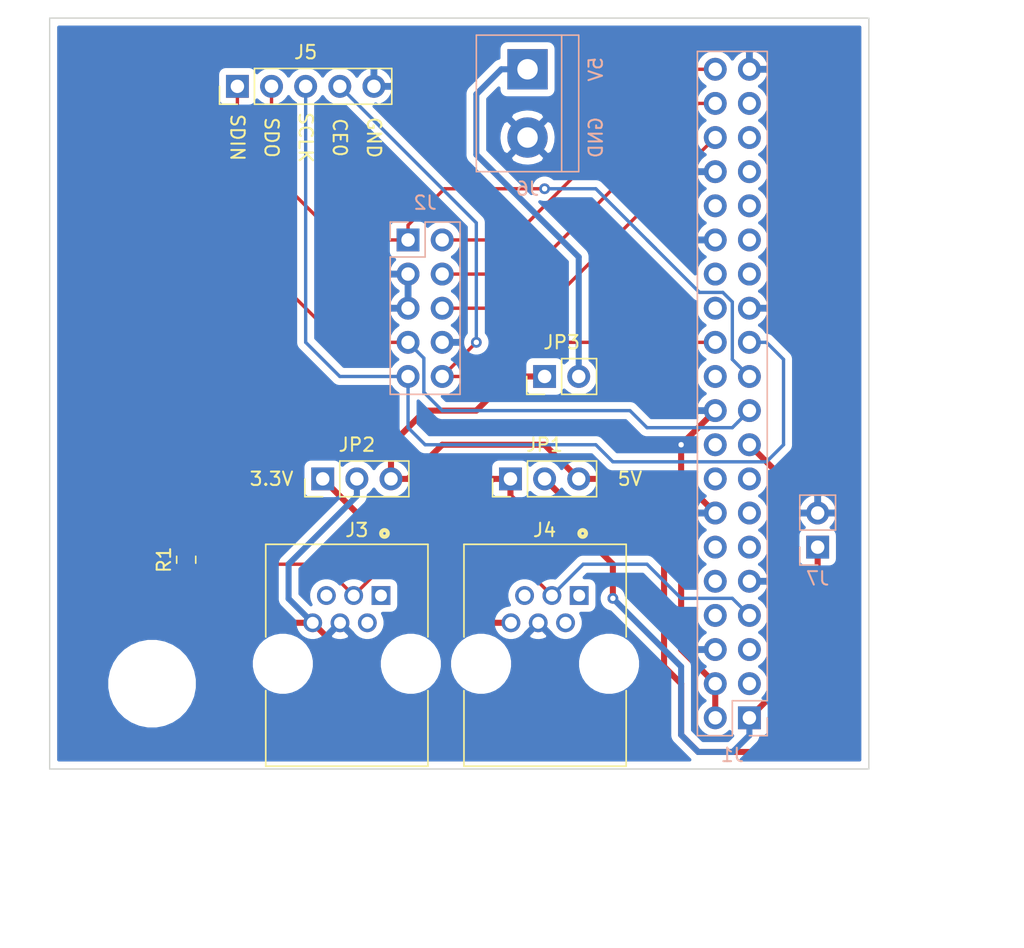
<source format=kicad_pcb>
(kicad_pcb (version 20221018) (generator pcbnew)
  (title_block (title "Raspiberry Pi DAC Hat1") (date "2020-03-11") (rev "1") (company "Magdalena Ridge Observatory Interferomenter") (comment 1 "J. F. Dooley"))
  (layers (0 "F.Cu" signal) (31 "B.Cu" signal) (34 "B.Paste" user) (35 "F.Paste" user) (36 "B.SilkS" user "B.Silkscreen") (37 "F.SilkS" user "F.Silkscreen") (38 "B.Mask" user) (39 "F.Mask" user) (44 "Edge.Cuts" user))
  (net 0 "")
  (net 1 "SDO")
  (net 2 "2COMP")
  (net 3 "GNDREF")
  (net 4 "CLR")
  (net 5 "LDAC")
  (net 6 "SDIN")
  (net 7 "SCLK")
  (net 8 "CE0")
  (net 9 "Net-(J3-Pad1)")
  (net 10 "+3V3")
  (net 11 "+5V")
  (net 12 "Net-(J4-Pad5)")
  (net 13 "1WIRE")
  (net 14 "Net-(J1-Pad3)")
  (net 15 "Net-(J1-Pad5)")
  (net 16 "Net-(J1-Pad8)")
  (net 17 "Net-(J1-Pad10)")
  (net 18 "Net-(J1-Pad11)")
  (net 19 "Net-(J1-Pad12)")
  (net 20 "Net-(J1-Pad13)")
  (net 21 "Net-(J1-Pad15)")
  (net 22 "Net-(J1-Pad16)")
  (net 23 "Net-(J1-Pad18)")
  (net 24 "Net-(J1-Pad22)")
  (net 25 "Net-(J1-Pad26)")
  (net 26 "Net-(J1-Pad27)")
  (net 27 "Net-(J1-Pad28)")
  (net 28 "Net-(J1-Pad29)")
  (net 29 "Net-(J1-Pad31)")
  (net 30 "Net-(J1-Pad32)")
  (net 31 "Net-(J1-Pad33)")
  (net 32 "Net-(J1-Pad35)")
  (net 33 "Net-(J1-Pad37)")
  (net 34 "Net-(J3-Pad5)")
  (net 35 "Net-(J3-Pad2)")
  (net 36 "Net-(J3-Pad6)")
  (net 37 "Net-(J4-Pad2)")
  (net 38 "Net-(J4-Pad1)")
  (net 39 "Net-(J7-Pad1)")
  (net 40 "Net-(J6-Pad1)")
  (footprint "Resistor_SMD:R_0805_2012Metric" (layer "F.Cu") (at 114.3 96.1875 90)
    (fp_text reference "R1" (at 0 -1.65 90) (layer "F.SilkS"))
    (fp_text value "4.7k")
    (fp_line (start -0.258578 -0.71) (end 0.258578 -0.71) (stroke (width 0.12)) (layer "F.SilkS"))
    (fp_line (start -0.258578 0.71) (end 0.258578 0.71) (stroke (width 0.12)) (layer "F.SilkS"))
    (pad "1" smd roundrect (at -0.9375 0 90) (size 0.975 1.4) (layers "F.Cu" "F.Paste" "F.Mask") (net 36 "Net-(J3-Pad6)"))
    (pad "2" smd roundrect (at 0.9375 0 90) (size 0.975 1.4) (layers "F.Cu" "F.Paste" "F.Mask") (net 13 "1WIRE"))
  )
  (footprint "MountingHole:MountingHole_5.5mm" (layer "F.Cu") (at 111.76 105.41 180)
    (fp_text reference "REF**" hide)
    (fp_text value "MountingHole_5.5mm")
    (pad "" np_thru_hole circle (at 0 0 180) (size 5.5 5.5) (drill 5.5) (layers "*.Cu" "*.Mask"))
  )
  (footprint "Connector_PinHeader_2.54mm:PinHeader_1x03_P2.54mm_Vertical" (layer "F.Cu") (at 138.43 90.17 90)
    (fp_text reference "JP1" (at 2.54 2.54 180) (layer "F.SilkS"))
    (fp_text value "Power_Fan")
    (fp_line (start -1.33 -1.33) (end 0 -1.33) (stroke (width 0.12)) (layer "F.SilkS"))
    (fp_line (start -1.33 0) (end -1.33 -1.33) (stroke (width 0.12)) (layer "F.SilkS"))
    (fp_line (start -1.33 1.27) (end -1.33 6.41) (stroke (width 0.12)) (layer "F.SilkS"))
    (fp_line (start -1.33 1.27) (end 1.33 1.27) (stroke (width 0.12)) (layer "F.SilkS"))
    (fp_line (start -1.33 6.41) (end 1.33 6.41) (stroke (width 0.12)) (layer "F.SilkS"))
    (fp_line (start 1.33 1.27) (end 1.33 6.41) (stroke (width 0.12)) (layer "F.SilkS"))
    (pad "1" thru_hole rect (at 0 0 90) (size 1.7 1.7) (drill 1) (layers "*.Cu" "*.Mask") (net 10 "+3V3"))
    (pad "2" thru_hole oval (at 0 2.54 90) (size 1.7 1.7) (drill 1) (layers "*.Cu" "*.Mask") (net 39 "Net-(J7-Pad1)"))
    (pad "3" thru_hole oval (at 0 5.08 90) (size 1.7 1.7) (drill 1) (layers "*.Cu" "*.Mask") (net 11 "+5V"))
  )
  (footprint "Connector_PinHeader_2.54mm:PinHeader_1x03_P2.54mm_Vertical" (layer "F.Cu") (at 124.46 90.17 90)
    (fp_text reference "JP2" (at 2.54 2.54 180) (layer "F.SilkS"))
    (fp_text value "Power_1Wire")
    (fp_line (start -1.33 -1.33) (end 0 -1.33) (stroke (width 0.12)) (layer "F.SilkS"))
    (fp_line (start -1.33 0) (end -1.33 -1.33) (stroke (width 0.12)) (layer "F.SilkS"))
    (fp_line (start -1.33 1.27) (end -1.33 6.41) (stroke (width 0.12)) (layer "F.SilkS"))
    (fp_line (start -1.33 1.27) (end 1.33 1.27) (stroke (width 0.12)) (layer "F.SilkS"))
    (fp_line (start -1.33 6.41) (end 1.33 6.41) (stroke (width 0.12)) (layer "F.SilkS"))
    (fp_line (start 1.33 1.27) (end 1.33 6.41) (stroke (width 0.12)) (layer "F.SilkS"))
    (pad "1" thru_hole rect (at 0 0 90) (size 1.7 1.7) (drill 1) (layers "*.Cu" "*.Mask") (net 10 "+3V3"))
    (pad "2" thru_hole oval (at 0 2.54 90) (size 1.7 1.7) (drill 1) (layers "*.Cu" "*.Mask") (net 36 "Net-(J3-Pad6)"))
    (pad "3" thru_hole oval (at 0 5.08 90) (size 1.7 1.7) (drill 1) (layers "*.Cu" "*.Mask") (net 11 "+5V"))
  )
  (footprint "RJE0166001:AMPHENOL_RJE0166001" (layer "F.Cu") (at 126.255001 103.930001)
    (fp_text reference "J3" (at 0.744999 -9.950001) (layer "F.SilkS") (effects (font (size 1.000992 1.000992))))
    (fp_text value "RJE0166001")
    (fp_line (start -6.035 -8.89) (end 6.035 -8.89) (stroke (width 0.127)) (layer "F.SilkS"))
    (fp_line (start -6.035 -2) (end -6.035 -8.89) (stroke (width 0.127)) (layer "F.SilkS"))
    (fp_line (start -6.035 7.62) (end -6.035 2) (stroke (width 0.127)) (layer "F.SilkS"))
    (fp_line (start 6.035 -8.89) (end 6.035 -2) (stroke (width 0.127)) (layer "F.SilkS"))
    (fp_line (start 6.035 2) (end 6.035 7.62) (stroke (width 0.127)) (layer "F.SilkS"))
    (fp_line (start 6.035 7.62) (end -6.035 7.62) (stroke (width 0.127)) (layer "F.SilkS"))
    (fp_circle (center 2.8 -9.7) (end 2.9 -9.7) (stroke (width 0.3)) (fill none) (layer "F.SilkS"))
    (pad "" np_thru_hole circle (at -4.7625 0) (size 3.45 3.45) (drill 3.45) (layers "*.Cu" "*.Mask"))
    (pad "" np_thru_hole circle (at 4.7625 0) (size 3.45 3.45) (drill 3.45) (layers "*.Cu" "*.Mask"))
    (pad "1" thru_hole rect (at 2.54 -5.08) (size 1.398 1.398) (drill 0.89) (layers "*.Cu" "*.Mask") (net 9 "Net-(J3-Pad1)"))
    (pad "2" thru_hole circle (at 1.524 -3.05) (size 1.398 1.398) (drill 0.89) (layers "*.Cu" "*.Mask") (net 35 "Net-(J3-Pad2)"))
    (pad "3" thru_hole circle (at 0.508 -5.08) (size 1.398 1.398) (drill 0.89) (layers "*.Cu" "*.Mask") (net 13 "1WIRE"))
    (pad "4" thru_hole circle (at -0.508 -3.048) (size 1.398 1.398) (drill 0.89) (layers "*.Cu" "*.Mask") (net 3 "GNDREF"))
    (pad "5" thru_hole circle (at -1.524 -5.08) (size 1.398 1.398) (drill 0.89) (layers "*.Cu" "*.Mask") (net 34 "Net-(J3-Pad5)"))
    (pad "6" thru_hole circle (at -2.54 -3.05) (size 1.398 1.398) (drill 0.89) (layers "*.Cu" "*.Mask") (net 36 "Net-(J3-Pad6)"))
  )
  (footprint "RJE0166001:AMPHENOL_RJE0166001" (layer "F.Cu") (at 141.005001 103.930001)
    (fp_text reference "J4" (at -0.035001 -9.950001) (layer "F.SilkS") (effects (font (size 1.000992 1.000992))))
    (fp_text value "RJE0166001")
    (fp_line (start -6.035 -8.89) (end 6.035 -8.89) (stroke (width 0.127)) (layer "F.SilkS"))
    (fp_line (start -6.035 -2) (end -6.035 -8.89) (stroke (width 0.127)) (layer "F.SilkS"))
    (fp_line (start -6.035 7.62) (end -6.035 2) (stroke (width 0.127)) (layer "F.SilkS"))
    (fp_line (start 6.035 -8.89) (end 6.035 -2) (stroke (width 0.127)) (layer "F.SilkS"))
    (fp_line (start 6.035 2) (end 6.035 7.62) (stroke (width 0.127)) (layer "F.SilkS"))
    (fp_line (start 6.035 7.62) (end -6.035 7.62) (stroke (width 0.127)) (layer "F.SilkS"))
    (fp_circle (center 2.8 -9.7) (end 2.9 -9.7) (stroke (width 0.3)) (fill none) (layer "F.SilkS"))
    (pad "" np_thru_hole circle (at -4.7625 0) (size 3.45 3.45) (drill 3.45) (layers "*.Cu" "*.Mask"))
    (pad "" np_thru_hole circle (at 4.7625 0) (size 3.45 3.45) (drill 3.45) (layers "*.Cu" "*.Mask"))
    (pad "1" thru_hole rect (at 2.54 -5.08) (size 1.398 1.398) (drill 0.89) (layers "*.Cu" "*.Mask") (net 38 "Net-(J4-Pad1)"))
    (pad "2" thru_hole circle (at 1.524 -3.05) (size 1.398 1.398) (drill 0.89) (layers "*.Cu" "*.Mask") (net 37 "Net-(J4-Pad2)"))
    (pad "3" thru_hole circle (at 0.508 -5.08) (size 1.398 1.398) (drill 0.89) (layers "*.Cu" "*.Mask") (net 13 "1WIRE"))
    (pad "4" thru_hole circle (at -0.508 -3.048) (size 1.398 1.398) (drill 0.89) (layers "*.Cu" "*.Mask") (net 3 "GNDREF"))
    (pad "5" thru_hole circle (at -1.524 -5.08) (size 1.398 1.398) (drill 0.89) (layers "*.Cu" "*.Mask") (net 12 "Net-(J4-Pad5)"))
    (pad "6" thru_hole circle (at -2.54 -3.05) (size 1.398 1.398) (drill 0.89) (layers "*.Cu" "*.Mask") (net 36 "Net-(J3-Pad6)"))
  )
  (footprint "Connector_PinHeader_2.54mm:PinHeader_1x02_P2.54mm_Vertical" (layer "F.Cu") (at 140.97 82.55 90)
    (fp_text reference "JP3" (at 2.54 1.27 180) (layer "F.SilkS"))
    (fp_text value "Jumper_NC_Small")
    (fp_line (start -1.33 -1.33) (end 0 -1.33) (stroke (width 0.12)) (layer "F.SilkS"))
    (fp_line (start -1.33 0) (end -1.33 -1.33) (stroke (width 0.12)) (layer "F.SilkS"))
    (fp_line (start -1.33 1.27) (end -1.33 3.87) (stroke (width 0.12)) (layer "F.SilkS"))
    (fp_line (start -1.33 1.27) (end 1.33 1.27) (stroke (width 0.12)) (layer "F.SilkS"))
    (fp_line (start -1.33 3.87) (end 1.33 3.87) (stroke (width 0.12)) (layer "F.SilkS"))
    (fp_line (start 1.33 1.27) (end 1.33 3.87) (stroke (width 0.12)) (layer "F.SilkS"))
    (pad "1" thru_hole rect (at 0 0 90) (size 1.7 1.7) (drill 1) (layers "*.Cu" "*.Mask") (net 11 "+5V"))
    (pad "2" thru_hole oval (at 0 2.54 90) (size 1.7 1.7) (drill 1) (layers "*.Cu" "*.Mask") (net 40 "Net-(J6-Pad1)"))
  )
  (footprint "Connector_PinHeader_2.54mm:PinHeader_1x05_P2.54mm_Vertical" (layer "F.Cu") (at 118.11 60.96 90)
    (fp_text reference "J5" (at 2.54 5.08 180) (layer "F.SilkS"))
    (fp_text value "Debug")
    (fp_line (start -1.33 -1.33) (end 0 -1.33) (stroke (width 0.12)) (layer "F.SilkS"))
    (fp_line (start -1.33 0) (end -1.33 -1.33) (stroke (width 0.12)) (layer "F.SilkS"))
    (fp_line (start -1.33 1.27) (end -1.33 11.49) (stroke (width 0.12)) (layer "F.SilkS"))
    (fp_line (start -1.33 1.27) (end 1.33 1.27) (stroke (width 0.12)) (layer "F.SilkS"))
    (fp_line (start -1.33 11.49) (end 1.33 11.49) (stroke (width 0.12)) (layer "F.SilkS"))
    (fp_line (start 1.33 1.27) (end 1.33 11.49) (stroke (width 0.12)) (layer "F.SilkS"))
    (pad "1" thru_hole rect (at 0 0 90) (size 1.7 1.7) (drill 1) (layers "*.Cu" "*.Mask") (net 6 "SDIN"))
    (pad "2" thru_hole oval (at 0 2.54 90) (size 1.7 1.7) (drill 1) (layers "*.Cu" "*.Mask") (net 1 "SDO"))
    (pad "3" thru_hole oval (at 0 5.08 90) (size 1.7 1.7) (drill 1) (layers "*.Cu" "*.Mask") (net 7 "SCLK"))
    (pad "4" thru_hole oval (at 0 7.62 90) (size 1.7 1.7) (drill 1) (layers "*.Cu" "*.Mask") (net 8 "CE0"))
    (pad "5" thru_hole oval (at 0 10.16 90) (size 1.7 1.7) (drill 1) (layers "*.Cu" "*.Mask") (net 3 "GNDREF"))
  )
  (footprint "TerminalBlock:TerminalBlock_bornier-2_P5.08mm" (layer "B.Cu") (at 139.7 59.69 -90)
    (fp_text reference "J6" (at 8.89 0) (layer "B.SilkS") (effects (justify mirror)))
    (fp_text value "Power_Out")
    (fp_line (start -2.54 -3.81) (end 7.62 -3.81) (stroke (width 0.12)) (layer "B.SilkS"))
    (fp_line (start -2.54 3.81) (end -2.54 -3.81) (stroke (width 0.12)) (layer "B.SilkS"))
    (fp_line (start 7.62 -3.81) (end 7.62 3.81) (stroke (width 0.12)) (layer "B.SilkS"))
    (fp_line (start 7.62 -2.54) (end -2.54 -2.54) (stroke (width 0.12)) (layer "B.SilkS"))
    (fp_line (start 7.62 3.81) (end -2.54 3.81) (stroke (width 0.12)) (layer "B.SilkS"))
    (pad "1" thru_hole rect (at 0 0 270) (size 3 3) (drill 1.52) (layers "*.Cu" "*.Mask") (net 40 "Net-(J6-Pad1)"))
    (pad "2" thru_hole circle (at 5.08 0 270) (size 3 3) (drill 1.52) (layers "*.Cu" "*.Mask") (net 3 "GNDREF"))
  )
  (footprint "Connector_PinHeader_2.54mm:PinHeader_1x02_P2.54mm_Vertical" (layer "B.Cu") (at 161.29 95.25)
    (fp_text reference "J7" (at 0 2.33) (layer "B.SilkS") (effects (justify mirror)))
    (fp_text value "Fan")
    (fp_line (start -1.33 -3.87) (end 1.33 -3.87) (stroke (width 0.12)) (layer "B.SilkS"))
    (fp_line (start -1.33 -1.27) (end -1.33 -3.87) (stroke (width 0.12)) (layer "B.SilkS"))
    (fp_line (start -1.33 -1.27) (end 1.33 -1.27) (stroke (width 0.12)) (layer "B.SilkS"))
    (fp_line (start -1.33 0) (end -1.33 1.33) (stroke (width 0.12)) (layer "B.SilkS"))
    (fp_line (start -1.33 1.33) (end 0 1.33) (stroke (width 0.12)) (layer "B.SilkS"))
    (fp_line (start 1.33 -1.27) (end 1.33 -3.87) (stroke (width 0.12)) (layer "B.SilkS"))
    (pad "1" thru_hole rect (at 0 0) (size 1.7 1.7) (drill 1) (layers "*.Cu" "*.Mask") (net 39 "Net-(J7-Pad1)"))
    (pad "2" thru_hole oval (at 0 -2.54) (size 1.7 1.7) (drill 1) (layers "*.Cu" "*.Mask") (net 3 "GNDREF"))
  )
  (footprint "Connector_PinSocket_2.54mm:PinSocket_2x20_P2.54mm_Vertical" (layer "B.Cu") (at 156.21 107.95)
    (fp_text reference "J1" (at -1.27 2.77) (layer "B.SilkS") (effects (justify mirror)))
    (fp_text value "RaspberryPi")
    (fp_line (start -3.87 -49.59) (end 1.33 -49.59) (stroke (width 0.12)) (layer "B.SilkS"))
    (fp_line (start -3.87 1.33) (end -3.87 -49.59) (stroke (width 0.12)) (layer "B.SilkS"))
    (fp_line (start -3.87 1.33) (end -1.27 1.33) (stroke (width 0.12)) (layer "B.SilkS"))
    (fp_line (start -1.27 -1.27) (end 1.33 -1.27) (stroke (width 0.12)) (layer "B.SilkS"))
    (fp_line (start -1.27 1.33) (end -1.27 -1.27) (stroke (width 0.12)) (layer "B.SilkS"))
    (fp_line (start 0 1.33) (end 1.33 1.33) (stroke (width 0.12)) (layer "B.SilkS"))
    (fp_line (start 1.33 -1.27) (end 1.33 -49.59) (stroke (width 0.12)) (layer "B.SilkS"))
    (fp_line (start 1.33 1.33) (end 1.33 0) (stroke (width 0.12)) (layer "B.SilkS"))
    (pad "1" thru_hole rect (at 0 0) (size 1.7 1.7) (drill 1) (layers "*.Cu" "*.Mask") (net 10 "+3V3"))
    (pad "2" thru_hole oval (at -2.54 0) (size 1.7 1.7) (drill 1) (layers "*.Cu" "*.Mask") (net 11 "+5V"))
    (pad "3" thru_hole oval (at 0 -2.54) (size 1.7 1.7) (drill 1) (layers "*.Cu" "*.Mask") (net 14 "Net-(J1-Pad3)"))
    (pad "4" thru_hole oval (at -2.54 -2.54) (size 1.7 1.7) (drill 1) (layers "*.Cu" "*.Mask") (net 11 "+5V"))
    (pad "5" thru_hole oval (at 0 -5.08) (size 1.7 1.7) (drill 1) (layers "*.Cu" "*.Mask") (net 15 "Net-(J1-Pad5)"))
    (pad "6" thru_hole oval (at -2.54 -5.08) (size 1.7 1.7) (drill 1) (layers "*.Cu" "*.Mask") (net 3 "GNDREF"))
    (pad "7" thru_hole oval (at 0 -7.62) (size 1.7 1.7) (drill 1) (layers "*.Cu" "*.Mask") (net 13 "1WIRE"))
    (pad "8" thru_hole oval (at -2.54 -7.62) (size 1.7 1.7) (drill 1) (layers "*.Cu" "*.Mask") (net 16 "Net-(J1-Pad8)"))
    (pad "9" thru_hole oval (at 0 -10.16) (size 1.7 1.7) (drill 1) (layers "*.Cu" "*.Mask") (net 3 "GNDREF"))
    (pad "10" thru_hole oval (at -2.54 -10.16) (size 1.7 1.7) (drill 1) (layers "*.Cu" "*.Mask") (net 17 "Net-(J1-Pad10)"))
    (pad "11" thru_hole oval (at 0 -12.7) (size 1.7 1.7) (drill 1) (layers "*.Cu" "*.Mask") (net 18 "Net-(J1-Pad11)"))
    (pad "12" thru_hole oval (at -2.54 -12.7) (size 1.7 1.7) (drill 1) (layers "*.Cu" "*.Mask") (net 19 "Net-(J1-Pad12)"))
    (pad "13" thru_hole oval (at 0 -15.24) (size 1.7 1.7) (drill 1) (layers "*.Cu" "*.Mask") (net 20 "Net-(J1-Pad13)"))
    (pad "14" thru_hole oval (at -2.54 -15.24) (size 1.7 1.7) (drill 1) (layers "*.Cu" "*.Mask") (net 3 "GNDREF"))
    (pad "15" thru_hole oval (at 0 -17.78) (size 1.7 1.7) (drill 1) (layers "*.Cu" "*.Mask") (net 21 "Net-(J1-Pad15)"))
    (pad "16" thru_hole oval (at -2.54 -17.78) (size 1.7 1.7) (drill 1) (layers "*.Cu" "*.Mask") (net 22 "Net-(J1-Pad16)"))
    (pad "17" thru_hole oval (at 0 -20.32) (size 1.7 1.7) (drill 1) (layers "*.Cu" "*.Mask") (net 10 "+3V3"))
    (pad "18" thru_hole oval (at -2.54 -20.32) (size 1.7 1.7) (drill 1) (layers "*.Cu" "*.Mask") (net 23 "Net-(J1-Pad18)"))
    (pad "19" thru_hole oval (at 0 -22.86) (size 1.7 1.7) (drill 1) (layers "*.Cu" "*.Mask") (net 6 "SDIN"))
    (pad "20" thru_hole oval (at -2.54 -22.86) (size 1.7 1.7) (drill 1) (layers "*.Cu" "*.Mask") (net 3 "GNDREF"))
    (pad "21" thru_hole oval (at 0 -25.4) (size 1.7 1.7) (drill 1) (layers "*.Cu" "*.Mask") (net 1 "SDO"))
    (pad "22" thru_hole oval (at -2.54 -25.4) (size 1.7 1.7) (drill 1) (layers "*.Cu" "*.Mask") (net 24 "Net-(J1-Pad22)"))
    (pad "23" thru_hole oval (at 0 -27.94) (size 1.7 1.7) (drill 1) (layers "*.Cu" "*.Mask") (net 7 "SCLK"))
    (pad "24" thru_hole oval (at -2.54 -27.94) (size 1.7 1.7) (drill 1) (layers "*.Cu" "*.Mask") (net 8 "CE0"))
    (pad "25" thru_hole oval (at 0 -30.48) (size 1.7 1.7) (drill 1) (layers "*.Cu" "*.Mask") (net 3 "GNDREF"))
    (pad "26" thru_hole oval (at -2.54 -30.48) (size 1.7 1.7) (drill 1) (layers "*.Cu" "*.Mask") (net 25 "Net-(J1-Pad26)"))
    (pad "27" thru_hole oval (at 0 -33.02) (size 1.7 1.7) (drill 1) (layers "*.Cu" "*.Mask") (net 26 "Net-(J1-Pad27)"))
    (pad "28" thru_hole oval (at -2.54 -33.02) (size 1.7 1.7) (drill 1) (layers "*.Cu" "*.Mask") (net 27 "Net-(J1-Pad28)"))
    (pad "29" thru_hole oval (at 0 -35.56) (size 1.7 1.7) (drill 1) (layers "*.Cu" "*.Mask") (net 28 "Net-(J1-Pad29)"))
    (pad "30" thru_hole oval (at -2.54 -35.56) (size 1.7 1.7) (drill 1) (layers "*.Cu" "*.Mask") (net 3 "GNDREF"))
    (pad "31" thru_hole oval (at 0 -38.1) (size 1.7 1.7) (drill 1) (layers "*.Cu" "*.Mask") (net 29 "Net-(J1-Pad31)"))
    (pad "32" thru_hole oval (at -2.54 -38.1) (size 1.7 1.7) (drill 1) (layers "*.Cu" "*.Mask") (net 30 "Net-(J1-Pad32)"))
    (pad "33" thru_hole oval (at 0 -40.64) (size 1.7 1.7) (drill 1) (layers "*.Cu" "*.Mask") (net 31 "Net-(J1-Pad33)"))
    (pad "34" thru_hole oval (at -2.54 -40.64) (size 1.7 1.7) (drill 1) (layers "*.Cu" "*.Mask") (net 3 "GNDREF"))
    (pad "35" thru_hole oval (at 0 -43.18) (size 1.7 1.7) (drill 1) (layers "*.Cu" "*.Mask") (net 32 "Net-(J1-Pad35)"))
    (pad "36" thru_hole oval (at -2.54 -43.18) (size 1.7 1.7) (drill 1) (layers "*.Cu" "*.Mask") (net 5 "LDAC"))
    (pad "37" thru_hole oval (at 0 -45.72) (size 1.7 1.7) (drill 1) (layers "*.Cu" "*.Mask") (net 33 "Net-(J1-Pad37)"))
    (pad "38" thru_hole oval (at -2.54 -45.72) (size 1.7 1.7) (drill 1) (layers "*.Cu" "*.Mask") (net 4 "CLR"))
    (pad "39" thru_hole oval (at 0 -48.26) (size 1.7 1.7) (drill 1) (layers "*.Cu" "*.Mask") (net 3 "GNDREF"))
    (pad "40" thru_hole oval (at -2.54 -48.26) (size 1.7 1.7) (drill 1) (layers "*.Cu" "*.Mask") (net 2 "2COMP"))
  )
  (footprint "Connector_PinSocket_2.54mm:PinSocket_2x05_P2.54mm_Vertical" (layer "B.Cu") (at 130.81 72.39 180)
    (fp_text reference "J2" (at -1.27 2.77) (layer "B.SilkS") (effects (justify mirror)))
    (fp_text value "AD5754")
    (fp_line (start -3.87 -11.49) (end 1.33 -11.49) (stroke (width 0.12)) (layer "B.SilkS"))
    (fp_line (start -3.87 1.33) (end -3.87 -11.49) (stroke (width 0.12)) (layer "B.SilkS"))
    (fp_line (start -3.87 1.33) (end -1.27 1.33) (stroke (width 0.12)) (layer "B.SilkS"))
    (fp_line (start -1.27 -1.27) (end 1.33 -1.27) (stroke (width 0.12)) (layer "B.SilkS"))
    (fp_line (start -1.27 1.33) (end -1.27 -1.27) (stroke (width 0.12)) (layer "B.SilkS"))
    (fp_line (start 0 1.33) (end 1.33 1.33) (stroke (width 0.12)) (layer "B.SilkS"))
    (fp_line (start 1.33 -1.27) (end 1.33 -11.49) (stroke (width 0.12)) (layer "B.SilkS"))
    (fp_line (start 1.33 1.33) (end 1.33 0) (stroke (width 0.12)) (layer "B.SilkS"))
    (pad "1" thru_hole rect (at 0 0 180) (size 1.7 1.7) (drill 1) (layers "*.Cu" "*.Mask") (net 1 "SDO"))
    (pad "2" thru_hole oval (at -2.54 0 180) (size 1.7 1.7) (drill 1) (layers "*.Cu" "*.Mask") (net 2 "2COMP"))
    (pad "3" thru_hole oval (at 0 -2.54 180) (size 1.7 1.7) (drill 1) (layers "*.Cu" "*.Mask") (net 3 "GNDREF"))
    (pad "4" thru_hole oval (at -2.54 -2.54 180) (size 1.7 1.7) (drill 1) (layers "*.Cu" "*.Mask") (net 4 "CLR"))
    (pad "5" thru_hole oval (at 0 -5.08 180) (size 1.7 1.7) (drill 1) (layers "*.Cu" "*.Mask") (net 3 "GNDREF"))
    (pad "6" thru_hole oval (at -2.54 -5.08 180) (size 1.7 1.7) (drill 1) (layers "*.Cu" "*.Mask") (net 5 "LDAC"))
    (pad "7" thru_hole oval (at 0 -7.62 180) (size 1.7 1.7) (drill 1) (layers "*.Cu" "*.Mask") (net 6 "SDIN"))
    (pad "8" thru_hole oval (at -2.54 -7.62 180) (size 1.7 1.7) (drill 1) (layers "*.Cu" "*.Mask") (net 3 "GNDREF"))
    (pad "9" thru_hole oval (at 0 -10.16 180) (size 1.7 1.7) (drill 1) (layers "*.Cu" "*.Mask") (net 7 "SCLK"))
    (pad "10" thru_hole oval (at -2.54 -10.16 180) (size 1.7 1.7) (drill 1) (layers "*.Cu" "*.Mask") (net 8 "CE0"))
  )
  (gr_line (start 165.1 55.88) (end 104.14 55.88) (stroke (width 0.1)) (layer "Edge.Cuts"))
  (gr_line (start 165.1 111.76) (end 165.1 55.88) (stroke (width 0.1)) (layer "Edge.Cuts"))
  (gr_line (start 104.14 111.76) (end 165.1 111.76) (stroke (width 0.1)) (layer "Edge.Cuts"))
  (gr_line (start 104.14 55.88) (end 104.14 111.76) (stroke (width 0.1)) (layer "Edge.Cuts"))
  (gr_text "5V" (at 144.78 59.69 90) (layer "B.SilkS") (effects (font (size 1 1)) (justify mirror)))
  (gr_text "GND" (at 144.78 64.77 90) (layer "B.SilkS") (effects (font (size 1 1)) (justify mirror)))
  (gr_text "SCLK" (at 123.19 64.77 270) (layer "F.SilkS") (effects (font (size 1 1))))
  (gr_text "3.3V" (at 120.65 90.17) (layer "F.SilkS") (effects (font (size 1 1))))
  (gr_text "GND" (at 128.27 64.77 270) (layer "F.SilkS") (effects (font (size 1 1))))
  (gr_text "CE0" (at 125.73 64.77 270) (layer "F.SilkS") (effects (font (size 1 1))))
  (gr_text "SDO" (at 120.65 64.77 270) (layer "F.SilkS") (effects (font (size 1 1))))
  (gr_text "5V" (at 147.32 90.17) (layer "F.SilkS") (effects (font (size 1 1))))
  (gr_text "SDIN" (at 118.11 64.77 270) (layer "F.SilkS") (effects (font (size 1 1))))
  (segment (start 130.81 72.39) (end 125.73 72.39) (width 0.25) (layer "F.Cu") (net 1))
  (segment (start 133.52 68.58) (end 130.81 71.29) (width 0.25) (layer "F.Cu") (net 1))
  (segment (start 130.81 71.29) (end 130.81 72.39) (width 0.25) (layer "F.Cu") (net 1))
  (segment (start 125.73 72.39) (end 120.65 67.31) (width 0.25) (layer "F.Cu") (net 1))
  (segment (start 120.65 67.31) (end 120.65 60.96) (width 0.25) (layer "F.Cu") (net 1))
  (segment (start 140.97 68.58) (end 133.52 68.58) (width 0.25) (layer "F.Cu") (net 1))
  (via (at 140.97 68.58) (size 0.8) (drill 0.4) (layers "F.Cu" "B.Cu") (net 1))
  (segment (start 144.78 68.58) (end 149.225 73.025) (width 0.25) (layer "B.Cu") (net 1))
  (segment (start 154.94 81.28) (end 156.21 82.55) (width 0.25) (layer "B.Cu") (net 1))
  (segment (start 154.94 77.000998) (end 154.94 81.28) (width 0.25) (layer "B.Cu") (net 1))
  (segment (start 149.225 73.025) (end 152.494999 76.294999) (width 0.25) (layer "B.Cu") (net 1))
  (segment (start 144.78 68.58) (end 140.97 68.58) (width 0.25) (layer "B.Cu") (net 1))
  (segment (start 152.494999 76.294999) (end 154.234001 76.294999) (width 0.25) (layer "B.Cu") (net 1))
  (segment (start 148.59 72.39) (end 149.225 73.025) (width 0.25) (layer "B.Cu") (net 1))
  (segment (start 154.234001 76.294999) (end 154.94 77.000998) (width 0.25) (layer "B.Cu") (net 1))
  (segment (start 151.13 59.69) (end 153.67 59.69) (width 0.25) (layer "F.Cu") (net 2))
  (segment (start 138.43 72.39) (end 151.13 59.69) (width 0.25) (layer "F.Cu") (net 2))
  (segment (start 133.35 72.39) (end 138.43 72.39) (width 0.25) (layer "F.Cu") (net 2))
  (segment (start 151.13 87.63) (end 151.13 90.17) (width 0.45) (layer "F.Cu") (net 3))
  (segment (start 153.67 85.09) (end 151.13 87.63) (width 0.45) (layer "F.Cu") (net 3))
  (segment (start 151.13 87.63) (end 151.13 87.63) (width 0.45) (layer "F.Cu") (net 3))
  (segment (start 151.13 90.17) (end 152.4 91.44) (width 0.45) (layer "F.Cu") (net 3))
  (segment (start 152.4 91.44) (end 153.67 92.71) (width 0.45) (layer "F.Cu") (net 3))
  (via (at 151.13 87.63) (size 0.8) (drill 0.4) (layers "F.Cu" "B.Cu") (net 3))
  (segment (start 153.67 62.23) (end 152.4 62.23) (width 0.25) (layer "F.Cu") (net 4))
  (segment (start 152.4 62.23) (end 139.7 74.93) (width 0.25) (layer "F.Cu") (net 4))
  (segment (start 139.7 74.93) (end 133.35 74.93) (width 0.25) (layer "F.Cu") (net 4))
  (segment (start 133.35 77.47) (end 140.97 77.47) (width 0.25) (layer "F.Cu") (net 5))
  (segment (start 140.97 77.47) (end 153.67 64.77) (width 0.25) (layer "F.Cu") (net 5))
  (segment (start 125.73 80.01) (end 118.11 72.39) (width 0.25) (layer "F.Cu") (net 6))
  (segment (start 125.73 80.01) (end 130.81 80.01) (width 0.25) (layer "F.Cu") (net 6))
  (segment (start 118.11 60.96) (end 118.11 72.39) (width 0.25) (layer "F.Cu") (net 6))
  (segment (start 154.94 86.36) (end 155.360001 85.939999) (width 0.25) (layer "B.Cu") (net 6))
  (segment (start 130.81 80.01) (end 131.985001 81.185001) (width 0.25) (layer "B.Cu") (net 6))
  (segment (start 131.985001 83.725001) (end 133.35 85.09) (width 0.25) (layer "B.Cu") (net 6))
  (segment (start 155.360001 85.939999) (end 156.21 85.09) (width 0.25) (layer "B.Cu") (net 6))
  (segment (start 133.35 85.09) (end 147.32 85.09) (width 0.25) (layer "B.Cu") (net 6))
  (segment (start 148.59 86.36) (end 154.94 86.36) (width 0.25) (layer "B.Cu") (net 6))
  (segment (start 131.985001 81.185001) (end 131.985001 83.725001) (width 0.25) (layer "B.Cu") (net 6))
  (segment (start 147.32 85.09) (end 148.59 86.36) (width 0.25) (layer "B.Cu") (net 6))
  (segment (start 158.75 87.63) (end 157.48 88.9) (width 0.25) (layer "B.Cu") (net 7))
  (segment (start 123.19 60.96) (end 123.19 80.01) (width 0.25) (layer "B.Cu") (net 7))
  (segment (start 157.48 80.01) (end 158.75 81.28) (width 0.25) (layer "B.Cu") (net 7))
  (segment (start 125.73 82.55) (end 130.81 82.55) (width 0.25) (layer "B.Cu") (net 7))
  (segment (start 156.21 80.01) (end 157.48 80.01) (width 0.25) (layer "B.Cu") (net 7))
  (segment (start 146.05 88.9) (end 144.78 87.63) (width 0.25) (layer "B.Cu") (net 7))
  (segment (start 123.19 80.01) (end 125.73 82.55) (width 0.25) (layer "B.Cu") (net 7))
  (segment (start 132.08 87.63) (end 130.81 86.36) (width 0.25) (layer "B.Cu") (net 7))
  (segment (start 130.81 86.36) (end 130.81 83.82) (width 0.25) (layer "B.Cu") (net 7))
  (segment (start 158.75 81.28) (end 158.75 87.63) (width 0.25) (layer "B.Cu") (net 7))
  (segment (start 144.78 87.63) (end 132.08 87.63) (width 0.25) (layer "B.Cu") (net 7))
  (segment (start 157.48 88.9) (end 146.05 88.9) (width 0.25) (layer "B.Cu") (net 7))
  (segment (start 130.81 83.82) (end 130.81 82.55) (width 0.25) (layer "B.Cu") (net 7))
  (segment (start 135.89 80.01) (end 133.35 82.55) (width 0.25) (layer "F.Cu") (net 8))
  (segment (start 153.67 80.01) (end 138.43 80.01) (width 0.25) (layer "F.Cu") (net 8))
  (segment (start 138.43 80.01) (end 135.89 82.55) (width 0.25) (layer "F.Cu") (net 8))
  (segment (start 135.89 82.55) (end 133.35 82.55) (width 0.25) (layer "F.Cu") (net 8))
  (via (at 135.89 80.01) (size 0.8) (drill 0.4) (layers "F.Cu" "B.Cu") (net 8))
  (segment (start 133.35 68.58) (end 125.73 60.96) (width 0.25) (layer "B.Cu") (net 8))
  (segment (start 133.35 68.58) (end 135.89 71.12) (width 0.25) (layer "B.Cu") (net 8))
  (segment (start 135.89 71.12) (end 135.89 80.01) (width 0.25) (layer "B.Cu") (net 8))
  (segment (start 138.43 91.47) (end 138.43 90.17) (width 0.45) (layer "F.Cu") (net 10))
  (segment (start 158.75 90.17) (end 158.75 105.41) (width 0.45) (layer "F.Cu") (net 10))
  (segment (start 127 92.71) (end 134.59 92.71) (width 0.45) (layer "F.Cu") (net 10))
  (segment (start 143.51 93.98) (end 140.94 93.98) (width 0.45) (layer "F.Cu") (net 10))
  (segment (start 146.05 99.06) (end 146.05 96.52) (width 0.45) (layer "F.Cu") (net 10))
  (segment (start 146.05 96.52) (end 143.51 93.98) (width 0.45) (layer "F.Cu") (net 10))
  (segment (start 156.21 87.63) (end 158.75 90.17) (width 0.45) (layer "F.Cu") (net 10))
  (segment (start 134.59 92.71) (end 137.13 90.17) (width 0.45) (layer "F.Cu") (net 10))
  (segment (start 137.13 90.17) (end 138.43 90.17) (width 0.45) (layer "F.Cu") (net 10))
  (segment (start 140.94 93.98) (end 138.43 91.47) (width 0.45) (layer "F.Cu") (net 10))
  (segment (start 158.75 105.41) (end 156.21 107.95) (width 0.45) (layer "F.Cu") (net 10))
  (segment (start 124.46 90.17) (end 127 92.71) (width 0.45) (layer "F.Cu") (net 10))
  (via (at 146.05 99.06) (size 0.8) (drill 0.4) (layers "F.Cu" "B.Cu") (net 10))
  (segment (start 154.97 110.49) (end 152.4 110.49) (width 0.45) (layer "B.Cu") (net 10))
  (segment (start 156.21 109.25) (end 154.97 110.49) (width 0.45) (layer "B.Cu") (net 10))
  (segment (start 151.13 109.22) (end 151.13 104.14) (width 0.45) (layer "B.Cu") (net 10))
  (segment (start 151.13 104.14) (end 146.05 99.06) (width 0.45) (layer "B.Cu") (net 10))
  (segment (start 152.4 110.49) (end 151.13 109.22) (width 0.45) (layer "B.Cu") (net 10))
  (segment (start 156.21 107.95) (end 156.21 109.25) (width 0.45) (layer "B.Cu") (net 10))
  (segment (start 129.54 90.17) (end 130.81 90.17) (width 0.45) (layer "F.Cu") (net 11))
  (segment (start 140.97 87.63) (end 143.51 90.17) (width 0.45) (layer "F.Cu") (net 11))
  (segment (start 132.08 85.09) (end 135.89 85.09) (width 0.45) (layer "F.Cu") (net 11))
  (segment (start 133.35 87.63) (end 140.97 87.63) (width 0.45) (layer "F.Cu") (net 11))
  (segment (start 130.81 90.17) (end 133.35 87.63) (width 0.45) (layer "F.Cu") (net 11))
  (segment (start 151.13 102.87) (end 153.67 105.41) (width 0.45) (layer "F.Cu") (net 11))
  (segment (start 129.54 87.63) (end 132.08 85.09) (width 0.45) (layer "F.Cu") (net 11))
  (segment (start 143.51 90.17) (end 147.32 90.17) (width 0.45) (layer "F.Cu") (net 11))
  (segment (start 153.67 105.41) (end 153.67 107.95) (width 0.45) (layer "F.Cu") (net 11))
  (segment (start 151.13 93.98) (end 151.13 102.87) (width 0.45) (layer "F.Cu") (net 11))
  (segment (start 147.32 90.17) (end 151.13 93.98) (width 0.45) (layer "F.Cu") (net 11))
  (segment (start 129.54 90.17) (end 129.54 87.63) (width 0.45) (layer "F.Cu") (net 11))
  (segment (start 138.43 82.55) (end 140.97 82.55) (width 0.45) (layer "F.Cu") (net 11))
  (segment (start 135.89 85.09) (end 138.43 82.55) (width 0.45) (layer "F.Cu") (net 11))
  (segment (start 116.84 96.52) (end 115.57 95.25) (width 0.25) (layer "F.Cu") (net 13))
  (segment (start 128.542992 97.07001) (end 126.763001 98.850001) (width 0.25) (layer "F.Cu") (net 13))
  (segment (start 124.433 96.52) (end 116.84 96.52) (width 0.25) (layer "F.Cu") (net 13))
  (segment (start 126.763001 98.850001) (end 124.433 96.52) (width 0.25) (layer "F.Cu") (net 13))
  (segment (start 141.513001 98.850001) (end 139.73301 97.07001) (width 0.25) (layer "F.Cu") (net 13))
  (segment (start 139.73301 97.07001) (end 128.542992 97.07001) (width 0.25) (layer "F.Cu") (net 13))
  (segment (start 115.57 95.25) (end 114.3 95.25) (width 0.25) (layer "F.Cu") (net 13))
  (segment (start 156.21 100.33) (end 154.94 99.06) (width 0.25) (layer "B.Cu") (net 13))
  (segment (start 143.843002 96.52) (end 141.513001 98.850001) (width 0.25) (layer "B.Cu") (net 13))
  (segment (start 151.13 99.06) (end 148.59 96.52) (width 0.25) (layer "B.Cu") (net 13))
  (segment (start 154.94 99.06) (end 151.13 99.06) (width 0.25) (layer "B.Cu") (net 13))
  (segment (start 148.59 96.52) (end 143.843002 96.52) (width 0.25) (layer "B.Cu") (net 13))
  (segment (start 123.715001 100.880001) (end 125.705 102.87) (width 0.45) (layer "F.Cu") (net 36))
  (segment (start 130.259999 100.880001) (end 138.465001 100.880001) (width 0.45) (layer "F.Cu") (net 36))
  (segment (start 125.705 102.87) (end 128.27 102.87) (width 0.45) (layer "F.Cu") (net 36))
  (segment (start 123.715001 100.880001) (end 118.055001 100.880001) (width 0.45) (layer "F.Cu") (net 36))
  (segment (start 128.27 102.87) (end 130.259999 100.880001) (width 0.45) (layer "F.Cu") (net 36))
  (segment (start 118.055001 100.880001) (end 114.3 97.125) (width 0.45) (layer "F.Cu") (net 36))
  (segment (start 127 91.44) (end 127 90.17) (width 0.45) (layer "B.Cu") (net 36))
  (segment (start 123.715001 100.880001) (end 121.92 99.085) (width 0.45) (layer "B.Cu") (net 36))
  (segment (start 121.92 96.52) (end 127 91.44) (width 0.45) (layer "B.Cu") (net 36))
  (segment (start 121.92 99.085) (end 121.92 96.52) (width 0.45) (layer "B.Cu") (net 36))
  (segment (start 149.86 104.14) (end 151.13 105.41) (width 0.45) (layer "F.Cu") (net 39))
  (segment (start 147.32 92.71) (end 149.86 95.25) (width 0.45) (layer "F.Cu") (net 39))
  (segment (start 151.13 105.41) (end 151.13 109.22) (width 0.45) (layer "F.Cu") (net 39))
  (segment (start 161.29 107.95) (end 161.29 95.25) (width 0.45) (layer "F.Cu") (net 39))
  (segment (start 151.13 109.22) (end 152.4 110.49) (width 0.45) (layer "F.Cu") (net 39))
  (segment (start 149.86 95.25) (end 149.86 104.14) (width 0.45) (layer "F.Cu") (net 39))
  (segment (start 158.75 110.49) (end 152.4 110.49) (width 0.45) (layer "F.Cu") (net 39))
  (segment (start 140.97 90.17) (end 143.51 92.71) (width 0.45) (layer "F.Cu") (net 39))
  (segment (start 158.75 110.49) (end 161.29 107.95) (width 0.45) (layer "F.Cu") (net 39))
  (segment (start 143.51 92.71) (end 147.32 92.71) (width 0.45) (layer "F.Cu") (net 39))
  (segment (start 137.75 59.69) (end 135.89 61.55) (width 0.45) (layer "B.Cu") (net 40))
  (segment (start 139.7 59.69) (end 137.75 59.69) (width 0.45) (layer "B.Cu") (net 40))
  (segment (start 135.89 61.55) (end 135.89 66.04) (width 0.45) (layer "B.Cu") (net 40))
  (segment (start 135.89 66.04) (end 143.51 73.66) (width 0.45) (layer "B.Cu") (net 40))
  (segment (start 143.51 73.66) (end 143.51 82.55) (width 0.45) (layer "B.Cu") (net 40))
  (zone (net 3) (net_name "GNDREF") (layer "B.Cu") (connect_pads (clearance 0.508)) (min_thickness 0.254) (fill yes (thermal_gap 0.508) (thermal_bridge_width 0.508))
    (polygon (pts (xy 165.1 55.88) (xy 104.14 55.88) (xy 104.14 110.49) (xy 104.14 111.76) (xy 165.1 111.76)))
  )
)
</source>
